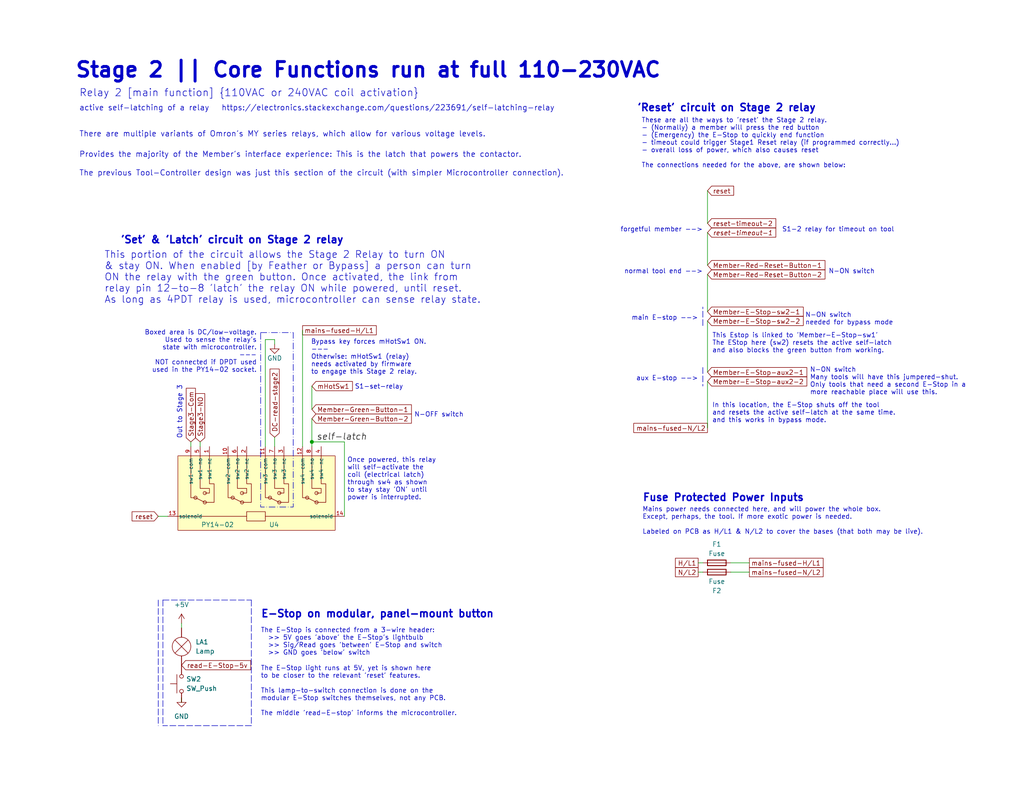
<source format=kicad_sch>
(kicad_sch
	(version 20231120)
	(generator "eeschema")
	(generator_version "8.0")
	(uuid "5e15a2f7-7a22-47f5-8852-a50da26eda9e")
	(paper "USLetter")
	(title_block
		(title "Stage 2 | Core 'Active Self-Latching' relay")
		(date "2022-10-09")
		(rev "3")
		(company "Corey Rice & MakeHaven")
		(comment 1 "Once activated, relay holds itself in an active state until reset")
		(comment 2 "Can be interrupted by E-Stops or the S1/'reset' relay")
		(comment 3 "Fuses added to power inputs, to protect board from improper wiring")
		(comment 4 "E-Stop low voltage light & switch logic shown for reference")
	)
	(lib_symbols
		(symbol "Device:Fuse"
			(pin_numbers hide)
			(pin_names
				(offset 0)
			)
			(exclude_from_sim no)
			(in_bom yes)
			(on_board yes)
			(property "Reference" "F"
				(at 2.032 0 90)
				(effects
					(font
						(size 1.27 1.27)
					)
				)
			)
			(property "Value" "Fuse"
				(at -1.905 0 90)
				(effects
					(font
						(size 1.27 1.27)
					)
				)
			)
			(property "Footprint" ""
				(at -1.778 0 90)
				(effects
					(font
						(size 1.27 1.27)
					)
					(hide yes)
				)
			)
			(property "Datasheet" "~"
				(at 0 0 0)
				(effects
					(font
						(size 1.27 1.27)
					)
					(hide yes)
				)
			)
			(property "Description" "Fuse"
				(at 0 0 0)
				(effects
					(font
						(size 1.27 1.27)
					)
					(hide yes)
				)
			)
			(property "ki_keywords" "fuse"
				(at 0 0 0)
				(effects
					(font
						(size 1.27 1.27)
					)
					(hide yes)
				)
			)
			(property "ki_fp_filters" "*Fuse*"
				(at 0 0 0)
				(effects
					(font
						(size 1.27 1.27)
					)
					(hide yes)
				)
			)
			(symbol "Fuse_0_1"
				(rectangle
					(start -0.762 -2.54)
					(end 0.762 2.54)
					(stroke
						(width 0.254)
						(type default)
					)
					(fill
						(type none)
					)
				)
				(polyline
					(pts
						(xy 0 2.54) (xy 0 -2.54)
					)
					(stroke
						(width 0)
						(type default)
					)
					(fill
						(type none)
					)
				)
			)
			(symbol "Fuse_1_1"
				(pin passive line
					(at 0 3.81 270)
					(length 1.27)
					(name "~"
						(effects
							(font
								(size 1.27 1.27)
							)
						)
					)
					(number "1"
						(effects
							(font
								(size 1.27 1.27)
							)
						)
					)
				)
				(pin passive line
					(at 0 -3.81 90)
					(length 1.27)
					(name "~"
						(effects
							(font
								(size 1.27 1.27)
							)
						)
					)
					(number "2"
						(effects
							(font
								(size 1.27 1.27)
							)
						)
					)
				)
			)
		)
		(symbol "Device:Lamp"
			(pin_numbers hide)
			(pin_names
				(offset 0.0254) hide)
			(exclude_from_sim no)
			(in_bom yes)
			(on_board yes)
			(property "Reference" "LA"
				(at 0.635 3.81 0)
				(effects
					(font
						(size 1.27 1.27)
					)
					(justify left)
				)
			)
			(property "Value" "Lamp"
				(at 0.635 -3.81 0)
				(effects
					(font
						(size 1.27 1.27)
					)
					(justify left)
				)
			)
			(property "Footprint" ""
				(at 0 2.54 90)
				(effects
					(font
						(size 1.27 1.27)
					)
					(hide yes)
				)
			)
			(property "Datasheet" "~"
				(at 0 2.54 90)
				(effects
					(font
						(size 1.27 1.27)
					)
					(hide yes)
				)
			)
			(property "Description" "Lamp"
				(at 0 0 0)
				(effects
					(font
						(size 1.27 1.27)
					)
					(hide yes)
				)
			)
			(property "ki_keywords" "lamp"
				(at 0 0 0)
				(effects
					(font
						(size 1.27 1.27)
					)
					(hide yes)
				)
			)
			(symbol "Lamp_0_1"
				(polyline
					(pts
						(xy -1.778 1.778) (xy 1.778 -1.778)
					)
					(stroke
						(width 0)
						(type default)
					)
					(fill
						(type none)
					)
				)
				(polyline
					(pts
						(xy 1.778 1.778) (xy -1.778 -1.778)
					)
					(stroke
						(width 0)
						(type default)
					)
					(fill
						(type none)
					)
				)
				(circle
					(center 0 0)
					(radius 2.54)
					(stroke
						(width 0)
						(type default)
					)
					(fill
						(type none)
					)
				)
			)
			(symbol "Lamp_1_1"
				(pin passive line
					(at 0 -5.08 90)
					(length 2.54)
					(name "-"
						(effects
							(font
								(size 1.27 1.27)
							)
						)
					)
					(number "1"
						(effects
							(font
								(size 1.27 1.27)
							)
						)
					)
				)
				(pin passive line
					(at 0 5.08 270)
					(length 2.54)
					(name "+"
						(effects
							(font
								(size 1.27 1.27)
							)
						)
					)
					(number "2"
						(effects
							(font
								(size 1.27 1.27)
							)
						)
					)
				)
			)
		)
		(symbol "Switch:SW_Push"
			(pin_numbers hide)
			(pin_names
				(offset 1.016) hide)
			(exclude_from_sim no)
			(in_bom yes)
			(on_board yes)
			(property "Reference" "SW"
				(at 1.27 2.54 0)
				(effects
					(font
						(size 1.27 1.27)
					)
					(justify left)
				)
			)
			(property "Value" "SW_Push"
				(at 0 -1.524 0)
				(effects
					(font
						(size 1.27 1.27)
					)
				)
			)
			(property "Footprint" ""
				(at 0 5.08 0)
				(effects
					(font
						(size 1.27 1.27)
					)
					(hide yes)
				)
			)
			(property "Datasheet" "~"
				(at 0 5.08 0)
				(effects
					(font
						(size 1.27 1.27)
					)
					(hide yes)
				)
			)
			(property "Description" "Push button switch, generic, two pins"
				(at 0 0 0)
				(effects
					(font
						(size 1.27 1.27)
					)
					(hide yes)
				)
			)
			(property "ki_keywords" "switch normally-open pushbutton push-button"
				(at 0 0 0)
				(effects
					(font
						(size 1.27 1.27)
					)
					(hide yes)
				)
			)
			(symbol "SW_Push_0_1"
				(circle
					(center -2.032 0)
					(radius 0.508)
					(stroke
						(width 0)
						(type default)
					)
					(fill
						(type none)
					)
				)
				(polyline
					(pts
						(xy 0 1.27) (xy 0 3.048)
					)
					(stroke
						(width 0)
						(type default)
					)
					(fill
						(type none)
					)
				)
				(polyline
					(pts
						(xy 2.54 1.27) (xy -2.54 1.27)
					)
					(stroke
						(width 0)
						(type default)
					)
					(fill
						(type none)
					)
				)
				(circle
					(center 2.032 0)
					(radius 0.508)
					(stroke
						(width 0)
						(type default)
					)
					(fill
						(type none)
					)
				)
				(pin passive line
					(at -5.08 0 0)
					(length 2.54)
					(name "1"
						(effects
							(font
								(size 1.27 1.27)
							)
						)
					)
					(number "1"
						(effects
							(font
								(size 1.27 1.27)
							)
						)
					)
				)
				(pin passive line
					(at 5.08 0 180)
					(length 2.54)
					(name "2"
						(effects
							(font
								(size 1.27 1.27)
							)
						)
					)
					(number "2"
						(effects
							(font
								(size 1.27 1.27)
							)
						)
					)
				)
			)
		)
		(symbol "mk-relay-socket-14:PY14-02"
			(exclude_from_sim no)
			(in_bom yes)
			(on_board yes)
			(property "Reference" "U"
				(at 3.81 -16.002 0)
				(effects
					(font
						(size 1.27 1.27)
					)
				)
			)
			(property "Value" "PY14-02"
				(at -15.24 -16.002 0)
				(effects
					(font
						(size 1.27 1.27)
					)
				)
			)
			(property "Footprint" "mk_relay_socket:RELAY-TH_PY14-02"
				(at -3.048 -24.638 0)
				(effects
					(font
						(size 1.27 1.27)
						(italic yes)
					)
					(hide yes)
				)
			)
			(property "Datasheet" "https://mm.digikey.com/Volume0/opasdata/d220001/medias/docus/392/G2A_Series_Rev2010.pdf"
				(at -20.574 -27.432 0)
				(effects
					(font
						(size 1.27 1.27)
					)
					(justify left)
					(hide yes)
				)
			)
			(property "Description" ""
				(at -7.62 -19.05 90)
				(effects
					(font
						(size 1.27 1.27)
					)
					(hide yes)
				)
			)
			(property "LCSC" "C1519213"
				(at -15.748 -22.098 0)
				(effects
					(font
						(size 1.27 1.27)
					)
					(hide yes)
				)
			)
			(property "ki_keywords" "C1519213"
				(at 0 0 0)
				(effects
					(font
						(size 1.27 1.27)
					)
					(hide yes)
				)
			)
			(symbol "PY14-02_0_1"
				(rectangle
					(start -21.3014 2.54)
					(end 21.59 -17.78)
					(stroke
						(width 0)
						(type default)
					)
					(fill
						(type background)
					)
				)
				(circle
					(center -16.51 -8.89)
					(radius 0.4408)
					(stroke
						(width 0)
						(type default)
					)
					(fill
						(type none)
					)
				)
				(circle
					(center -13.97 -10.16)
					(radius 0.4408)
					(stroke
						(width 0)
						(type default)
					)
					(fill
						(type none)
					)
				)
				(circle
					(center -13.97 -7.62)
					(radius 0.4408)
					(stroke
						(width 0)
						(type default)
					)
					(fill
						(type none)
					)
				)
				(circle
					(center -6.35 -8.89)
					(radius 0.4408)
					(stroke
						(width 0)
						(type default)
					)
					(fill
						(type none)
					)
				)
				(circle
					(center -3.81 -10.16)
					(radius 0.4408)
					(stroke
						(width 0)
						(type default)
					)
					(fill
						(type none)
					)
				)
				(circle
					(center -3.81 -7.62)
					(radius 0.4408)
					(stroke
						(width 0)
						(type default)
					)
					(fill
						(type none)
					)
				)
				(rectangle
					(start -2.54 -12.7)
					(end 2.54 -15.24)
					(stroke
						(width 0)
						(type default)
					)
					(fill
						(type none)
					)
				)
				(polyline
					(pts
						(xy -21.59 -13.97) (xy -2.54 -13.97)
					)
					(stroke
						(width 0)
						(type default)
					)
					(fill
						(type none)
					)
				)
				(polyline
					(pts
						(xy -16.51 -8.89) (xy -13.97 -10.16)
					)
					(stroke
						(width 0)
						(type default)
					)
					(fill
						(type none)
					)
				)
				(polyline
					(pts
						(xy -6.35 -8.89) (xy -3.81 -10.16)
					)
					(stroke
						(width 0)
						(type default)
					)
					(fill
						(type none)
					)
				)
				(polyline
					(pts
						(xy 3.81 -8.89) (xy 6.35 -10.16)
					)
					(stroke
						(width 0)
						(type default)
					)
					(fill
						(type none)
					)
				)
				(polyline
					(pts
						(xy 13.97 -8.89) (xy 16.51 -10.16)
					)
					(stroke
						(width 0)
						(type default)
					)
					(fill
						(type none)
					)
				)
				(polyline
					(pts
						(xy 21.59 -13.97) (xy 2.54 -13.97)
					)
					(stroke
						(width 0)
						(type default)
					)
					(fill
						(type none)
					)
				)
				(polyline
					(pts
						(xy -16.51 -8.89) (xy -17.78 -8.89) (xy -17.78 2.54)
					)
					(stroke
						(width 0)
						(type default)
					)
					(fill
						(type none)
					)
				)
				(polyline
					(pts
						(xy -6.35 -8.89) (xy -7.62 -8.89) (xy -7.62 2.54)
					)
					(stroke
						(width 0)
						(type default)
					)
					(fill
						(type none)
					)
				)
				(polyline
					(pts
						(xy 3.81 -8.89) (xy 2.54 -8.89) (xy 2.54 2.54)
					)
					(stroke
						(width 0)
						(type default)
					)
					(fill
						(type none)
					)
				)
				(polyline
					(pts
						(xy 13.97 -8.89) (xy 12.7 -8.89) (xy 12.7 2.54)
					)
					(stroke
						(width 0)
						(type default)
					)
					(fill
						(type none)
					)
				)
				(polyline
					(pts
						(xy -13.97 -10.16) (xy -11.43 -10.16) (xy -11.43 -5.08) (xy -12.7 -5.08) (xy -12.7 2.54)
					)
					(stroke
						(width 0)
						(type default)
					)
					(fill
						(type none)
					)
				)
				(polyline
					(pts
						(xy -13.97 -7.62) (xy -12.7 -7.62) (xy -12.7 -6.35) (xy -15.24 -6.35) (xy -15.24 2.54)
					)
					(stroke
						(width 0)
						(type default)
					)
					(fill
						(type none)
					)
				)
				(polyline
					(pts
						(xy -3.81 -10.16) (xy -1.27 -10.16) (xy -1.27 -5.08) (xy -2.54 -5.08) (xy -2.54 2.54)
					)
					(stroke
						(width 0)
						(type default)
					)
					(fill
						(type none)
					)
				)
				(polyline
					(pts
						(xy -3.81 -7.62) (xy -2.54 -7.62) (xy -2.54 -6.35) (xy -5.08 -6.35) (xy -5.08 2.54)
					)
					(stroke
						(width 0)
						(type default)
					)
					(fill
						(type none)
					)
				)
				(polyline
					(pts
						(xy 6.35 -10.16) (xy 8.89 -10.16) (xy 8.89 -5.08) (xy 7.62 -5.08) (xy 7.62 2.54)
					)
					(stroke
						(width 0)
						(type default)
					)
					(fill
						(type none)
					)
				)
				(polyline
					(pts
						(xy 6.35 -7.62) (xy 7.62 -7.62) (xy 7.62 -6.35) (xy 5.08 -6.35) (xy 5.08 2.54)
					)
					(stroke
						(width 0)
						(type default)
					)
					(fill
						(type none)
					)
				)
				(polyline
					(pts
						(xy 16.51 -10.16) (xy 19.05 -10.16) (xy 19.05 -5.08) (xy 17.78 -5.08) (xy 17.78 2.54)
					)
					(stroke
						(width 0)
						(type default)
					)
					(fill
						(type none)
					)
				)
				(polyline
					(pts
						(xy 16.51 -7.62) (xy 17.78 -7.62) (xy 17.78 -6.35) (xy 15.24 -6.35) (xy 15.24 2.54)
					)
					(stroke
						(width 0)
						(type default)
					)
					(fill
						(type none)
					)
				)
				(circle
					(center 3.81 -8.89)
					(radius 0.4408)
					(stroke
						(width 0)
						(type default)
					)
					(fill
						(type none)
					)
				)
				(circle
					(center 6.35 -10.16)
					(radius 0.4408)
					(stroke
						(width 0)
						(type default)
					)
					(fill
						(type none)
					)
				)
				(circle
					(center 6.35 -7.62)
					(radius 0.4408)
					(stroke
						(width 0)
						(type default)
					)
					(fill
						(type none)
					)
				)
				(circle
					(center 13.97 -8.89)
					(radius 0.4408)
					(stroke
						(width 0)
						(type default)
					)
					(fill
						(type none)
					)
				)
				(circle
					(center 16.51 -10.16)
					(radius 0.4408)
					(stroke
						(width 0)
						(type default)
					)
					(fill
						(type none)
					)
				)
				(circle
					(center 16.51 -7.62)
					(radius 0.4408)
					(stroke
						(width 0)
						(type default)
					)
					(fill
						(type none)
					)
				)
			)
			(symbol "PY14-02_1_1"
				(pin unspecified line
					(at -12.7 5.08 270)
					(length 2.54)
					(name "sw1-nc"
						(effects
							(font
								(size 1 1)
							)
						)
					)
					(number "1"
						(effects
							(font
								(size 1 1)
							)
						)
					)
				)
				(pin unspecified line
					(at -7.62 5.08 270)
					(length 2.54)
					(name "sw2-com"
						(effects
							(font
								(size 1 1)
							)
						)
					)
					(number "10"
						(effects
							(font
								(size 1 1)
							)
						)
					)
				)
				(pin unspecified line
					(at 2.54 5.08 270)
					(length 2.54)
					(name "sw3-com"
						(effects
							(font
								(size 1 1)
							)
						)
					)
					(number "11"
						(effects
							(font
								(size 1 1)
							)
						)
					)
				)
				(pin unspecified line
					(at 12.7 5.08 270)
					(length 2.54)
					(name "sw4-com"
						(effects
							(font
								(size 1 1)
							)
						)
					)
					(number "12"
						(effects
							(font
								(size 1 1)
							)
						)
					)
				)
				(pin unspecified line
					(at -24.13 -13.97 0)
					(length 2.54)
					(name "solenoid"
						(effects
							(font
								(size 1 1)
							)
						)
					)
					(number "13"
						(effects
							(font
								(size 1 1)
							)
						)
					)
				)
				(pin unspecified line
					(at 24.13 -13.97 180)
					(length 2.54)
					(name "solenoid"
						(effects
							(font
								(size 1 1)
							)
						)
					)
					(number "14"
						(effects
							(font
								(size 1 1)
							)
						)
					)
				)
				(pin unspecified line
					(at -2.54 5.08 270)
					(length 2.54)
					(name "sw2-nc"
						(effects
							(font
								(size 1 1)
							)
						)
					)
					(number "2"
						(effects
							(font
								(size 1 1)
							)
						)
					)
				)
				(pin unspecified line
					(at 7.62 5.08 270)
					(length 2.54)
					(name "sw3-nc"
						(effects
							(font
								(size 1 1)
							)
						)
					)
					(number "3"
						(effects
							(font
								(size 1 1)
							)
						)
					)
				)
				(pin unspecified line
					(at 17.78 5.08 270)
					(length 2.54)
					(name "sw4-nc"
						(effects
							(font
								(size 1 1)
							)
						)
					)
					(number "4"
						(effects
							(font
								(size 1 1)
							)
						)
					)
				)
				(pin unspecified line
					(at -15.24 5.08 270)
					(length 2.54)
					(name "sw1-no"
						(effects
							(font
								(size 1 1)
							)
						)
					)
					(number "5"
						(effects
							(font
								(size 1 1)
							)
						)
					)
				)
				(pin unspecified line
					(at -5.08 5.08 270)
					(length 2.54)
					(name "sw2-no"
						(effects
							(font
								(size 1 1)
							)
						)
					)
					(number "6"
						(effects
							(font
								(size 1 1)
							)
						)
					)
				)
				(pin unspecified line
					(at 5.08 5.08 270)
					(length 2.54)
					(name "sw3-no"
						(effects
							(font
								(size 1 1)
							)
						)
					)
					(number "7"
						(effects
							(font
								(size 1 1)
							)
						)
					)
				)
				(pin unspecified line
					(at 15.24 5.08 270)
					(length 2.54)
					(name "sw4-no"
						(effects
							(font
								(size 1 1)
							)
						)
					)
					(number "8"
						(effects
							(font
								(size 1 1)
							)
						)
					)
				)
				(pin unspecified line
					(at -17.78 5.08 270)
					(length 2.54)
					(name "sw1-com"
						(effects
							(font
								(size 1 1)
							)
						)
					)
					(number "9"
						(effects
							(font
								(size 1 1)
							)
						)
					)
				)
			)
		)
		(symbol "power:+5V"
			(power)
			(pin_names
				(offset 0)
			)
			(exclude_from_sim no)
			(in_bom yes)
			(on_board yes)
			(property "Reference" "#PWR"
				(at 0 -3.81 0)
				(effects
					(font
						(size 1.27 1.27)
					)
					(hide yes)
				)
			)
			(property "Value" "+5V"
				(at 0 3.556 0)
				(effects
					(font
						(size 1.27 1.27)
					)
				)
			)
			(property "Footprint" ""
				(at 0 0 0)
				(effects
					(font
						(size 1.27 1.27)
					)
					(hide yes)
				)
			)
			(property "Datasheet" ""
				(at 0 0 0)
				(effects
					(font
						(size 1.27 1.27)
					)
					(hide yes)
				)
			)
			(property "Description" "Power symbol creates a global label with name \"+5V\""
				(at 0 0 0)
				(effects
					(font
						(size 1.27 1.27)
					)
					(hide yes)
				)
			)
			(property "ki_keywords" "power-flag"
				(at 0 0 0)
				(effects
					(font
						(size 1.27 1.27)
					)
					(hide yes)
				)
			)
			(symbol "+5V_0_1"
				(polyline
					(pts
						(xy -0.762 1.27) (xy 0 2.54)
					)
					(stroke
						(width 0)
						(type default)
					)
					(fill
						(type none)
					)
				)
				(polyline
					(pts
						(xy 0 0) (xy 0 2.54)
					)
					(stroke
						(width 0)
						(type default)
					)
					(fill
						(type none)
					)
				)
				(polyline
					(pts
						(xy 0 2.54) (xy 0.762 1.27)
					)
					(stroke
						(width 0)
						(type default)
					)
					(fill
						(type none)
					)
				)
			)
			(symbol "+5V_1_1"
				(pin power_in line
					(at 0 0 90)
					(length 0) hide
					(name "+5V"
						(effects
							(font
								(size 1.27 1.27)
							)
						)
					)
					(number "1"
						(effects
							(font
								(size 1.27 1.27)
							)
						)
					)
				)
			)
		)
		(symbol "power:GND"
			(power)
			(pin_names
				(offset 0)
			)
			(exclude_from_sim no)
			(in_bom yes)
			(on_board yes)
			(property "Reference" "#PWR"
				(at 0 -6.35 0)
				(effects
					(font
						(size 1.27 1.27)
					)
					(hide yes)
				)
			)
			(property "Value" "GND"
				(at 0 -3.81 0)
				(effects
					(font
						(size 1.27 1.27)
					)
				)
			)
			(property "Footprint" ""
				(at 0 0 0)
				(effects
					(font
						(size 1.27 1.27)
					)
					(hide yes)
				)
			)
			(property "Datasheet" ""
				(at 0 0 0)
				(effects
					(font
						(size 1.27 1.27)
					)
					(hide yes)
				)
			)
			(property "Description" "Power symbol creates a global label with name \"GND\" , ground"
				(at 0 0 0)
				(effects
					(font
						(size 1.27 1.27)
					)
					(hide yes)
				)
			)
			(property "ki_keywords" "power-flag"
				(at 0 0 0)
				(effects
					(font
						(size 1.27 1.27)
					)
					(hide yes)
				)
			)
			(symbol "GND_0_1"
				(polyline
					(pts
						(xy 0 0) (xy 0 -1.27) (xy 1.27 -1.27) (xy 0 -2.54) (xy -1.27 -1.27) (xy 0 -1.27)
					)
					(stroke
						(width 0)
						(type default)
					)
					(fill
						(type none)
					)
				)
			)
			(symbol "GND_1_1"
				(pin power_in line
					(at 0 0 270)
					(length 0) hide
					(name "GND"
						(effects
							(font
								(size 1.27 1.27)
							)
						)
					)
					(number "1"
						(effects
							(font
								(size 1.27 1.27)
							)
						)
					)
				)
			)
		)
	)
	(junction
		(at 85.09 120.65)
		(diameter 0)
		(color 0 0 0 0)
		(uuid "4b2cd6c3-6470-4af6-a847-927a5514a532")
	)
	(wire
		(pts
			(xy 193.04 74.93) (xy 193.04 85.09)
		)
		(stroke
			(width 0)
			(type default)
		)
		(uuid "00ae087c-86a9-4780-b947-34669d7dffa1")
	)
	(wire
		(pts
			(xy 82.55 121.92) (xy 82.55 90.17)
		)
		(stroke
			(width 0)
			(type default)
		)
		(uuid "0b21eb02-e973-4d41-b0d6-3a484a7a86a1")
	)
	(wire
		(pts
			(xy 85.09 120.65) (xy 85.09 121.92)
		)
		(stroke
			(width 0)
			(type default)
		)
		(uuid "144460b8-ce78-406c-8e7a-82a0231028cc")
	)
	(polyline
		(pts
			(xy 68.58 198.12) (xy 44.45 198.12)
		)
		(stroke
			(width 0)
			(type dash)
		)
		(uuid "2517c95e-0dbb-4427-b9b1-80fa2a152bf5")
	)
	(wire
		(pts
			(xy 190.5 156.21) (xy 191.77 156.21)
		)
		(stroke
			(width 0)
			(type default)
		)
		(uuid "2553999c-7cc3-4505-b2e1-c21b659b89fc")
	)
	(wire
		(pts
			(xy 49.53 170.18) (xy 49.53 171.45)
		)
		(stroke
			(width 0)
			(type default)
		)
		(uuid "3a939f1e-ee6a-42eb-bf86-3d9820ec6938")
	)
	(wire
		(pts
			(xy 193.04 63.5) (xy 193.04 72.39)
		)
		(stroke
			(width 0)
			(type default)
		)
		(uuid "40f33e79-7f61-463e-aa24-ad4c37a21355")
	)
	(polyline
		(pts
			(xy 44.45 163.83) (xy 68.58 163.83)
		)
		(stroke
			(width 0)
			(type dash)
		)
		(uuid "47b569c7-caed-400b-ab1f-7debe3eb9340")
	)
	(wire
		(pts
			(xy 85.09 114.3) (xy 85.09 120.65)
		)
		(stroke
			(width 0)
			(type default)
		)
		(uuid "489c5228-55de-4210-95a0-47248b07d163")
	)
	(wire
		(pts
			(xy 74.93 119.38) (xy 74.93 121.92)
		)
		(stroke
			(width 0)
			(type default)
		)
		(uuid "58787547-c1f1-46f8-83c2-e967349c0984")
	)
	(wire
		(pts
			(xy 52.07 120.65) (xy 52.07 121.92)
		)
		(stroke
			(width 0)
			(type default)
		)
		(uuid "5b7e8d1a-aca3-4dbb-8f30-c6c4fd95adc9")
	)
	(wire
		(pts
			(xy 54.61 121.92) (xy 54.61 120.65)
		)
		(stroke
			(width 0)
			(type default)
		)
		(uuid "60ece8db-719a-4256-97e3-d4cbe347ef75")
	)
	(wire
		(pts
			(xy 190.5 153.67) (xy 191.77 153.67)
		)
		(stroke
			(width 0)
			(type default)
		)
		(uuid "66092ba8-1668-4c4e-b393-80c050ba3603")
	)
	(wire
		(pts
			(xy 72.39 121.92) (xy 72.39 92.71)
		)
		(stroke
			(width 0)
			(type default)
		)
		(uuid "6a14dedd-351d-44a0-92a7-91b91817dfc2")
	)
	(wire
		(pts
			(xy 72.39 92.71) (xy 74.93 92.71)
		)
		(stroke
			(width 0)
			(type default)
		)
		(uuid "6bfe7793-98ec-4473-ba69-073eb4fa9676")
	)
	(wire
		(pts
			(xy 193.04 87.63) (xy 193.04 101.6)
		)
		(stroke
			(width 0)
			(type default)
		)
		(uuid "6df8d7d9-ab8f-47bc-bd9f-25461e4c57d5")
	)
	(polyline
		(pts
			(xy 43.18 163.83) (xy 43.18 198.12)
		)
		(stroke
			(width 0)
			(type dash)
		)
		(uuid "79145791-22eb-4bd9-b6bb-4ac699f489fc")
	)
	(wire
		(pts
			(xy 43.18 140.97) (xy 45.72 140.97)
		)
		(stroke
			(width 0)
			(type default)
		)
		(uuid "838dffa4-5ac5-48c4-9afe-8bb3340b1c43")
	)
	(wire
		(pts
			(xy 199.39 156.21) (xy 204.47 156.21)
		)
		(stroke
			(width 0)
			(type default)
		)
		(uuid "9f0dcb76-f32e-43f0-8f2f-5285c0ab359a")
	)
	(polyline
		(pts
			(xy 191.77 100.33) (xy 191.77 105.41)
		)
		(stroke
			(width 0)
			(type dash)
		)
		(uuid "a13651f3-f798-479d-87c7-8acd7b8ef6b9")
	)
	(wire
		(pts
			(xy 74.93 92.71) (xy 74.93 93.98)
		)
		(stroke
			(width 0)
			(type default)
		)
		(uuid "b96479c6-0f69-4c01-9d08-e934959ecfe2")
	)
	(polyline
		(pts
			(xy 191.77 88.9) (xy 191.77 83.82)
		)
		(stroke
			(width 0)
			(type dash)
		)
		(uuid "bcd75f51-5fc9-466a-9a79-2ead80ffa31e")
	)
	(wire
		(pts
			(xy 93.98 120.65) (xy 85.09 120.65)
		)
		(stroke
			(width 0)
			(type default)
		)
		(uuid "ceb12937-a96d-459e-9b56-28e79a5c9903")
	)
	(wire
		(pts
			(xy 85.09 111.76) (xy 85.09 105.41)
		)
		(stroke
			(width 0)
			(type default)
		)
		(uuid "d60139d3-ca52-49dc-8b41-86a0e14258c9")
	)
	(wire
		(pts
			(xy 193.04 104.14) (xy 193.04 116.84)
		)
		(stroke
			(width 0)
			(type default)
		)
		(uuid "d8504546-7575-44f2-aeda-2acb53ef07ce")
	)
	(polyline
		(pts
			(xy 68.58 163.83) (xy 68.58 198.12)
		)
		(stroke
			(width 0)
			(type dash)
		)
		(uuid "da7f1377-48ab-4515-80ab-07f3e31d685e")
	)
	(wire
		(pts
			(xy 49.53 191.77) (xy 49.53 190.5)
		)
		(stroke
			(width 0)
			(type default)
		)
		(uuid "e0c856dc-0130-4850-bc0a-5a30ef774412")
	)
	(polyline
		(pts
			(xy 44.45 163.83) (xy 44.45 198.12)
		)
		(stroke
			(width 0)
			(type dash)
		)
		(uuid "eec73c12-5eae-47c3-98b8-c1cc6799ed51")
	)
	(wire
		(pts
			(xy 93.98 120.65) (xy 93.98 140.97)
		)
		(stroke
			(width 0)
			(type default)
		)
		(uuid "f1f34004-4a39-45f0-994f-c498533fdb2a")
	)
	(wire
		(pts
			(xy 199.39 153.67) (xy 204.47 153.67)
		)
		(stroke
			(width 0)
			(type default)
		)
		(uuid "f85852fe-812c-4949-a8da-f7b49c703194")
	)
	(wire
		(pts
			(xy 193.04 52.07) (xy 193.04 60.96)
		)
		(stroke
			(width 0)
			(type default)
		)
		(uuid "f949e146-a9e3-40bb-9171-d2ed9725fd5f")
	)
	(rectangle
		(start 71.12 90.805)
		(end 80.01 138.43)
		(stroke
			(width 0)
			(type dash_dot)
		)
		(fill
			(type none)
		)
		(uuid 49e4a197-9420-41e9-882d-9ab752f5b289)
	)
	(text "Bypass key forces mHotSw1 ON.\n---\nOtherwise: mHotSw1 (relay) \nneeds activated by firmware\nto engage this Stage 2 relay."
		(exclude_from_sim no)
		(at 84.836 102.362 0)
		(effects
			(font
				(size 1.27 1.27)
			)
			(justify left bottom)
		)
		(uuid "01b6fcd8-7452-4872-8b02-8496ada00dee")
	)
	(text "Out to Stage 3"
		(exclude_from_sim no)
		(at 49.784 119.888 90)
		(effects
			(font
				(size 1.27 1.27)
			)
			(justify left bottom)
		)
		(uuid "0a42bf95-6234-488a-b958-f3209a7253ea")
	)
	(text "The previous Tool-Controller design was just this section of the circuit (with simpler Microcontroller connection)."
		(exclude_from_sim no)
		(at 21.59 48.26 0)
		(effects
			(font
				(size 1.5 1.5)
			)
			(justify left bottom)
		)
		(uuid "0d95b27e-8894-4549-8b27-544245c89688")
	)
	(text "S1-set-relay"
		(exclude_from_sim no)
		(at 96.774 106.426 0)
		(effects
			(font
				(size 1.27 1.27)
			)
			(justify left bottom)
		)
		(uuid "342630a1-ada8-4b25-b80c-90df13e6e383")
	)
	(text "Mains power needs connected here, and will power the whole box.\nExcept, perhaps, the tool. If more exotic power is needed.\n\nLabeled on PCB as H/L1 & N/L2 to cover the bases (that both may be live)."
		(exclude_from_sim no)
		(at 175.26 146.05 0)
		(effects
			(font
				(size 1.27 1.27)
			)
			(justify left bottom)
		)
		(uuid "41078c4e-59f3-4701-b744-e9710d47f7e9")
	)
	(text "S1-2 relay for timeout on tool"
		(exclude_from_sim no)
		(at 213.36 63.5 0)
		(effects
			(font
				(size 1.27 1.27)
			)
			(justify left bottom)
		)
		(uuid "41337242-57bd-4e72-bc2f-8d5d1bc28713")
	)
	(text "'Reset' circuit on Stage 2 relay"
		(exclude_from_sim no)
		(at 173.736 30.734 0)
		(effects
			(font
				(size 2 2)
				(thickness 0.4)
				(bold yes)
			)
			(justify left bottom)
		)
		(uuid "469a546a-b901-4d8f-a26e-2f76d45a7acf")
	)
	(text "Boxed area is DC/low-voltage.\nUsed to sense the relay's\nstate with microcontroller.\n---\nNOT connected if DPDT used\nused in the PY14-02 socket."
		(exclude_from_sim no)
		(at 70.104 101.854 0)
		(effects
			(font
				(size 1.27 1.27)
			)
			(justify right bottom)
		)
		(uuid "46d4a64e-7349-4b57-b473-d799e4d5fa2c")
	)
	(text "Once powered, this relay\nwill self-activate the\ncoil (electrical latch)\nthrough sw4 as shown\nto stay stay 'ON' until \npower is interrupted."
		(exclude_from_sim no)
		(at 94.742 136.652 0)
		(effects
			(font
				(size 1.27 1.27)
			)
			(justify left bottom)
		)
		(uuid "50e9880f-5b5d-4129-bd4f-f3747f4084ae")
	)
	(text "Stage 2 || Core Functions run at full 110-230VAC\n"
		(exclude_from_sim no)
		(at 20.32 21.59 0)
		(effects
			(font
				(size 4 4)
				(thickness 0.8)
				(bold yes)
			)
			(justify left bottom)
		)
		(uuid "53a41ee3-db1b-49d8-a198-3f95a5f96e7e")
	)
	(text "The E-Stop light runs at 5V, yet is shown here\nto be closer to the relevant 'reset' features.\n\nThis lamp-to-switch connection is done on the \nmodular E-Stop switches themselves, not any PCB. \n\nThe middle 'read-E-stop' informs the microcontroller."
		(exclude_from_sim no)
		(at 71.12 195.58 0)
		(effects
			(font
				(size 1.27 1.27)
			)
			(justify left bottom)
		)
		(uuid "5d08c72c-f2ec-4a76-b907-ae422e627e51")
	)
	(text "There are multiple variants of Omron's MY series relays, which allow for various voltage levels."
		(exclude_from_sim no)
		(at 21.59 37.592 0)
		(effects
			(font
				(size 1.5 1.5)
			)
			(justify left bottom)
		)
		(uuid "615f01d5-c847-4f79-9ba3-b7f0d5d94850")
	)
	(text "N-ON switch"
		(exclude_from_sim no)
		(at 226.06 74.93 0)
		(effects
			(font
				(size 1.27 1.27)
			)
			(justify left bottom)
		)
		(uuid "635ee82d-95f4-4670-ba44-eda56eb8110c")
	)
	(text "The E-Stop is connected from a 3-wire header:\n  >> 5V goes 'above' the E-Stop's lightbulb\n  >> Sig/Read goes 'between' E-Stop and switch\n  >> GND goes 'below' switch"
		(exclude_from_sim no)
		(at 71.12 179.07 0)
		(effects
			(font
				(size 1.27 1.27)
			)
			(justify left bottom)
		)
		(uuid "6740d32f-5460-45b5-a99a-5cef3a28ddf1")
	)
	(text "N-OFF switch"
		(exclude_from_sim no)
		(at 113.03 114.046 0)
		(effects
			(font
				(size 1.27 1.27)
			)
			(justify left bottom)
		)
		(uuid "7c4fbb21-9858-4cba-a83a-0d45b2547718")
	)
	(text "N-ON switch\nneeded for bypass mode"
		(exclude_from_sim no)
		(at 219.71 88.9 0)
		(effects
			(font
				(size 1.27 1.27)
			)
			(justify left bottom)
		)
		(uuid "83d8d6e1-53a8-44f1-b57b-64434d8d3ec6")
	)
	(text "E-Stop on modular, panel-mount button"
		(exclude_from_sim no)
		(at 71.12 168.91 0)
		(effects
			(font
				(size 2 2)
				(bold yes)
			)
			(justify left bottom)
		)
		(uuid "8c5b4499-7cb1-4dc7-b538-c61f98cd7d56")
	)
	(text "aux E-stop -->"
		(exclude_from_sim no)
		(at 190.5 104.14 0)
		(effects
			(font
				(size 1.27 1.27)
			)
			(justify right bottom)
		)
		(uuid "8f854099-7cb7-4f5e-98e0-f1012663fcc2")
	)
	(text "forgetful member -->"
		(exclude_from_sim no)
		(at 191.77 63.5 0)
		(effects
			(font
				(size 1.27 1.27)
			)
			(justify right bottom)
		)
		(uuid "932b0a0a-53cf-4e18-95f7-a2828904e0ea")
	)
	(text "These are all the ways to 'reset' the Stage 2 relay. \n- (Normally) a member will press the red button \n- (Emergency) the E-Stop to quickly end function\n- timeout could trigger Stage1 Reset relay (if programmed correctly...)\n- overall loss of power, which also causes reset\n\nThe connections needed for the above, are shown below:"
		(exclude_from_sim no)
		(at 175.006 45.974 0)
		(effects
			(font
				(size 1.27 1.27)
			)
			(justify left bottom)
		)
		(uuid "a7d2a0c9-deb3-4500-aaa4-f6ed6dbde2b5")
	)
	(text "This Estop is linked to 'Member-E-Stop-sw1'\nThe EStop here (sw2) resets the active self-latch\nand also blocks the green button from working."
		(exclude_from_sim no)
		(at 194.31 96.52 0)
		(effects
			(font
				(size 1.27 1.27)
			)
			(justify left bottom)
		)
		(uuid "aff6aeba-85df-4279-a858-15300bae58a3")
	)
	(text "active self-latching of a relay   https://electronics.stackexchange.com/questions/223691/self-latching-relay"
		(exclude_from_sim no)
		(at 21.59 30.48 0)
		(effects
			(font
				(size 1.5 1.5)
			)
			(justify left bottom)
			(href "https://electronics.stackexchange.com/questions/223691/self-latching-relay")
		)
		(uuid "bc4195aa-09ed-4ec4-9152-4ff60c41bd91")
	)
	(text "Fuse Protected Power Inputs"
		(exclude_from_sim no)
		(at 175.26 137.16 0)
		(effects
			(font
				(size 2 2)
				(thickness 0.4)
				(bold yes)
			)
			(justify left bottom)
		)
		(uuid "be0df719-ecef-425c-b214-f735477503c9")
	)
	(text "'Set' & 'Latch' circuit on Stage 2 relay"
		(exclude_from_sim no)
		(at 32.766 66.802 0)
		(effects
			(font
				(size 2 2)
				(thickness 0.4)
				(bold yes)
			)
			(justify left bottom)
		)
		(uuid "c12013cb-16c7-4ab1-a974-508351bcc737")
	)
	(text "normal tool end -->"
		(exclude_from_sim no)
		(at 191.77 74.93 0)
		(effects
			(font
				(size 1.27 1.27)
			)
			(justify right bottom)
		)
		(uuid "d9cfff9f-50a8-462a-9266-c5b34c1c43b2")
	)
	(text "main E-stop -->"
		(exclude_from_sim no)
		(at 190.5 87.63 0)
		(effects
			(font
				(size 1.27 1.27)
			)
			(justify right bottom)
		)
		(uuid "da75c609-ec20-44aa-98a3-f9bac7412f2e")
	)
	(text "N-ON switch\nMany tools will have this jumpered-shut.\nOnly tools that need a second E-Stop in a\nmore reachable place will use this.\n"
		(exclude_from_sim no)
		(at 220.98 107.95 0)
		(effects
			(font
				(size 1.27 1.27)
			)
			(justify left bottom)
		)
		(uuid "db7ebb4e-1c83-445f-b4aa-d0bf1871b7ab")
	)
	(text "Relay 2 [main function] {110VAC or 240VAC coil activation} "
		(exclude_from_sim no)
		(at 21.59 26.67 0)
		(effects
			(font
				(size 2 2)
			)
			(justify left bottom)
		)
		(uuid "dddcb925-ea06-4280-8a58-6ded8decc310")
	)
	(text "In this location, the E-Stop shuts off the tool\nand resets the active self-latch at the same time.\nand this works in bypass mode."
		(exclude_from_sim no)
		(at 194.31 115.57 0)
		(effects
			(font
				(size 1.27 1.27)
			)
			(justify left bottom)
		)
		(uuid "e86fdcb6-8445-4b6e-8b6d-d2a22dce58d1")
	)
	(text "Provides the majority of the Member's interface experience: This is the latch that powers the contactor.\n"
		(exclude_from_sim no)
		(at 21.59 43.18 0)
		(effects
			(font
				(size 1.5 1.5)
			)
			(justify left bottom)
		)
		(uuid "ec8d5a33-b48f-432f-ba56-4cc0c9a63662")
	)
	(text "This portion of the circuit allows the Stage 2 Relay to turn ON\n& stay ON. When enabled [by Feather or Bypass] a person can turn \nON the relay with the green button. Once activated, the link from\nrelay pin 12-to-8 'latch' the relay ON while powered, until reset.\nAs long as 4PDT relay is used, microcontroller can sense relay state."
		(exclude_from_sim no)
		(at 28.448 83.058 0)
		(effects
			(font
				(size 1.905 1.905)
			)
			(justify left bottom)
		)
		(uuid "f47f5a7b-4538-49c3-a67a-50e85e1672f8")
	)
	(label "self-latch"
		(at 86.36 120.65 0)
		(fields_autoplaced yes)
		(effects
			(font
				(size 1.75 1.75)
				(italic yes)
			)
			(justify left bottom)
		)
		(uuid "1bd3d193-bcbb-465e-a3ae-30ed054fba1e")
	)
	(global_label "Stage3-NO"
		(shape input)
		(at 54.61 120.65 90)
		(fields_autoplaced yes)
		(effects
			(font
				(size 1.27 1.27)
			)
			(justify left)
		)
		(uuid "209dceb5-b209-4ebc-b1f7-0db897897476")
		(property "Intersheetrefs" "${INTERSHEET_REFS}"
			(at 54.61 106.9001 90)
			(effects
				(font
					(size 1.27 1.27)
				)
				(justify left)
				(hide yes)
			)
		)
	)
	(global_label "mHotSw1"
		(shape input)
		(at 85.09 105.41 0)
		(fields_autoplaced yes)
		(effects
			(font
				(size 1.27 1.27)
			)
			(justify left)
		)
		(uuid "221ff463-1af7-4d15-bb4a-ccc0de66e647")
		(property "Intersheetrefs" "${INTERSHEET_REFS}"
			(at 96.7232 105.41 0)
			(effects
				(font
					(size 1.27 1.27)
				)
				(justify left)
				(hide yes)
			)
		)
	)
	(global_label "DC-read-stage2"
		(shape input)
		(at 74.93 119.38 90)
		(fields_autoplaced yes)
		(effects
			(font
				(size 1.27 1.27)
			)
			(justify left)
		)
		(uuid "24ab9e53-0741-4f90-b066-467d81e2e562")
		(property "Intersheetrefs" "${INTERSHEET_REFS}"
			(at 74.93 100.1873 90)
			(effects
				(font
					(size 1.27 1.27)
				)
				(justify left)
				(hide yes)
			)
		)
	)
	(global_label "reset-timeout-2"
		(shape input)
		(at 193.04 60.96 0)
		(fields_autoplaced yes)
		(effects
			(font
				(size 1.27 1.27)
			)
			(justify left)
		)
		(uuid "3a84e10d-68c7-4bf0-b708-28524d31d7a3")
		(property "Intersheetrefs" "${INTERSHEET_REFS}"
			(at 211.6607 60.8806 0)
			(effects
				(font
					(size 1.27 1.27)
				)
				(justify left)
				(hide yes)
			)
		)
	)
	(global_label "Member-E-Stop-sw2-1"
		(shape input)
		(at 193.04 85.09 0)
		(fields_autoplaced yes)
		(effects
			(font
				(size 1.27 1.27)
			)
			(justify left)
		)
		(uuid "46ce10a4-0f52-4017-9408-4188dc86f48a")
		(property "Intersheetrefs" "${INTERSHEET_REFS}"
			(at 219.1598 85.0106 0)
			(effects
				(font
					(size 1.27 1.27)
				)
				(justify left)
				(hide yes)
			)
		)
	)
	(global_label "reset-timeout-1"
		(shape input)
		(at 193.04 63.5 0)
		(fields_autoplaced yes)
		(effects
			(font
				(size 1.27 1.27)
				(italic yes)
			)
			(justify left)
		)
		(uuid "4926a4f5-9059-4508-95e3-4b306f8dad19")
		(property "Intersheetrefs" "${INTERSHEET_REFS}"
			(at 211.9163 63.4206 0)
			(effects
				(font
					(size 1.27 1.27)
					(italic yes)
				)
				(justify left)
				(hide yes)
			)
		)
	)
	(global_label "reset"
		(shape input)
		(at 193.04 52.07 0)
		(fields_autoplaced yes)
		(effects
			(font
				(size 1.27 1.27)
			)
			(justify left)
		)
		(uuid "63a02f40-3ea1-4ae1-af2d-dbf7f32c43b8")
		(property "Intersheetrefs" "${INTERSHEET_REFS}"
			(at 200.1702 51.9906 0)
			(effects
				(font
					(size 1.27 1.27)
				)
				(justify left)
				(hide yes)
			)
		)
	)
	(global_label "N{slash}L2"
		(shape passive)
		(at 190.5 156.21 180)
		(fields_autoplaced yes)
		(effects
			(font
				(size 1.27 1.27)
			)
			(justify right)
		)
		(uuid "7df39d46-1b7b-4ac0-8182-2be777479147")
		(property "Intersheetrefs" "${INTERSHEET_REFS}"
			(at 183.1883 156.1306 0)
			(effects
				(font
					(size 1.27 1.27)
				)
				(justify right)
				(hide yes)
			)
		)
	)
	(global_label "reset"
		(shape input)
		(at 43.18 140.97 180)
		(fields_autoplaced yes)
		(effects
			(font
				(size 1.27 1.27)
			)
			(justify right)
		)
		(uuid "8abb8c66-60cc-4f4d-bf1d-beb6f783688c")
		(property "Intersheetrefs" "${INTERSHEET_REFS}"
			(at 35.4776 140.97 0)
			(effects
				(font
					(size 1.27 1.27)
				)
				(justify right)
				(hide yes)
			)
		)
	)
	(global_label "mains-fused-H{slash}L1"
		(shape passive)
		(at 204.47 153.67 0)
		(fields_autoplaced yes)
		(effects
			(font
				(size 1.27 1.27)
			)
			(justify left)
		)
		(uuid "9ad4c224-856c-452e-bd99-71a15d537261")
		(property "Intersheetrefs" "${INTERSHEET_REFS}"
			(at 225.6912 153.5906 0)
			(effects
				(font
					(size 1.27 1.27)
				)
				(justify left)
				(hide yes)
			)
		)
	)
	(global_label "mains-fused-N{slash}L2"
		(shape passive)
		(at 193.04 116.84 180)
		(fields_autoplaced yes)
		(effects
			(font
				(size 1.27 1.27)
			)
			(justify right)
		)
		(uuid "a13fe548-2b36-4bc5-9636-5a9859a08d9b")
		(property "Intersheetrefs" "${INTERSHEET_REFS}"
			(at 171.8188 116.9194 0)
			(effects
				(font
					(size 1.27 1.27)
				)
				(justify right)
				(hide yes)
			)
		)
	)
	(global_label "Stage3-Com"
		(shape input)
		(at 52.07 120.65 90)
		(fields_autoplaced yes)
		(effects
			(font
				(size 1.27 1.27)
			)
			(justify left)
		)
		(uuid "a45ab463-c3de-41b0-bdb5-82b64af6c778")
		(property "Intersheetrefs" "${INTERSHEET_REFS}"
			(at 52.07 105.4488 90)
			(effects
				(font
					(size 1.27 1.27)
				)
				(justify left)
				(hide yes)
			)
		)
	)
	(global_label "mains-fused-N{slash}L2"
		(shape passive)
		(at 204.47 156.21 0)
		(fields_autoplaced yes)
		(effects
			(font
				(size 1.27 1.27)
			)
			(justify left)
		)
		(uuid "b03444bf-6122-417d-83dc-1bd432ca617b")
		(property "Intersheetrefs" "${INTERSHEET_REFS}"
			(at 225.6912 156.1306 0)
			(effects
				(font
					(size 1.27 1.27)
				)
				(justify left)
				(hide yes)
			)
		)
	)
	(global_label "Member-E-Stop-aux2-1"
		(shape input)
		(at 193.04 101.6 0)
		(fields_autoplaced yes)
		(effects
			(font
				(size 1.27 1.27)
			)
			(justify left)
		)
		(uuid "b11aed26-1822-4485-9e21-1a7396b76460")
		(property "Intersheetrefs" "${INTERSHEET_REFS}"
			(at 220.1274 101.5206 0)
			(effects
				(font
					(size 1.27 1.27)
				)
				(justify left)
				(hide yes)
			)
		)
	)
	(global_label "Member-Red-Reset-Button-2"
		(shape input)
		(at 193.04 74.93 0)
		(fields_autoplaced yes)
		(effects
			(font
				(size 1.27 1.27)
			)
			(justify left)
		)
		(uuid "d01543d6-2a6e-475a-9ce2-e2e5463dc1e8")
		(property "Intersheetrefs" "${INTERSHEET_REFS}"
			(at 225.0864 74.8506 0)
			(effects
				(font
					(size 1.27 1.27)
				)
				(justify left)
				(hide yes)
			)
		)
	)
	(global_label "Member-E-Stop-sw2-2"
		(shape input)
		(at 193.04 87.63 0)
		(fields_autoplaced yes)
		(effects
			(font
				(size 1.27 1.27)
			)
			(justify left)
		)
		(uuid "d067c23e-7631-4d9f-9a1b-c3421d438f3b")
		(property "Intersheetrefs" "${INTERSHEET_REFS}"
			(at 219.1598 87.5506 0)
			(effects
				(font
					(size 1.27 1.27)
				)
				(justify left)
				(hide yes)
			)
		)
	)
	(global_label "Member-Red-Reset-Button-1"
		(shape input)
		(at 193.04 72.39 0)
		(fields_autoplaced yes)
		(effects
			(font
				(size 1.27 1.27)
			)
			(justify left)
		)
		(uuid "d7161274-2d9b-413e-886d-9f61fb39c5a9")
		(property "Intersheetrefs" "${INTERSHEET_REFS}"
			(at 225.0864 72.3106 0)
			(effects
				(font
					(size 1.27 1.27)
				)
				(justify left)
				(hide yes)
			)
		)
	)
	(global_label "Member-Green-Button-1"
		(shape input)
		(at 85.09 111.76 0)
		(fields_autoplaced yes)
		(effects
			(font
				(size 1.27 1.27)
			)
			(justify left)
		)
		(uuid "e6693a7b-7b12-42e8-aab6-d78a93093df6")
		(property "Intersheetrefs" "${INTERSHEET_REFS}"
			(at 112.2379 111.6806 0)
			(effects
				(font
					(size 1.27 1.27)
				)
				(justify left)
				(hide yes)
			)
		)
	)
	(global_label "Member-E-Stop-aux2-2"
		(shape input)
		(at 193.04 104.14 0)
		(fields_autoplaced yes)
		(effects
			(font
				(size 1.27 1.27)
			)
			(justify left)
		)
		(uuid "f0a19d4c-637b-4bf2-bded-83fd9161ff83")
		(property "Intersheetrefs" "${INTERSHEET_REFS}"
			(at 220.1274 104.0606 0)
			(effects
				(font
					(size 1.27 1.27)
				)
				(justify left)
				(hide yes)
			)
		)
	)
	(global_label "Member-Green-Button-2"
		(shape input)
		(at 85.09 114.3 0)
		(fields_autoplaced yes)
		(effects
			(font
				(size 1.27 1.27)
			)
			(justify left)
		)
		(uuid "f319386b-15d2-4208-bbd9-176c4e315470")
		(property "Intersheetrefs" "${INTERSHEET_REFS}"
			(at 112.2379 114.2206 0)
			(effects
				(font
					(size 1.27 1.27)
				)
				(justify left)
				(hide yes)
			)
		)
	)
	(global_label "mains-fused-H{slash}L1"
		(shape passive)
		(at 82.55 90.17 0)
		(fields_autoplaced yes)
		(effects
			(font
				(size 1.27 1.27)
			)
			(justify left)
		)
		(uuid "f333ff7e-6498-4cbb-8f09-74aed79d9481")
		(property "Intersheetrefs" "${INTERSHEET_REFS}"
			(at 103.2319 90.17 0)
			(effects
				(font
					(size 1.27 1.27)
				)
				(justify left)
				(hide yes)
			)
		)
	)
	(global_label "read-E-Stop-5v"
		(shape input)
		(at 49.53 181.61 0)
		(fields_autoplaced yes)
		(effects
			(font
				(size 1.27 1.27)
			)
			(justify left)
		)
		(uuid "f7bdfaaa-97b0-4676-931d-e50a0b839217")
		(property "Intersheetrefs" "${INTERSHEET_REFS}"
			(at 68.3926 181.5306 0)
			(effects
				(font
					(size 1.27 1.27)
				)
				(justify left)
				(hide yes)
			)
		)
	)
	(global_label "H{slash}L1"
		(shape passive)
		(at 190.5 153.67 180)
		(fields_autoplaced yes)
		(effects
			(font
				(size 1.27 1.27)
			)
			(justify right)
		)
		(uuid "fd6949a7-378e-4d0f-b571-b62a72a69a39")
		(property "Intersheetrefs" "${INTERSHEET_REFS}"
			(at 183.1883 153.5906 0)
			(effects
				(font
					(size 1.27 1.27)
				)
				(justify right)
				(hide yes)
			)
		)
	)
	(symbol
		(lib_id "Device:Fuse")
		(at 195.58 156.21 90)
		(unit 1)
		(exclude_from_sim no)
		(in_bom yes)
		(on_board yes)
		(dnp no)
		(uuid "2ff34f33-dcf3-466d-b1b2-ed620cbbe491")
		(property "Reference" "F2"
			(at 195.58 161.29 90)
			(effects
				(font
					(size 1.27 1.27)
				)
			)
		)
		(property "Value" "Fuse"
			(at 195.58 158.75 90)
			(effects
				(font
					(size 1.27 1.27)
				)
			)
		)
		(property "Footprint" "Fuse:Fuseholder_Cylinder-5x20mm_Stelvio-Kontek_PTF78_Horizontal_Open"
			(at 195.58 157.988 90)
			(effects
				(font
					(size 1.27 1.27)
				)
				(hide yes)
			)
		)
		(property "Datasheet" "~"
			(at 195.58 156.21 0)
			(effects
				(font
					(size 1.27 1.27)
				)
				(hide yes)
			)
		)
		(property "Description" ""
			(at 195.58 156.21 0)
			(effects
				(font
					(size 1.27 1.27)
				)
				(hide yes)
			)
		)
		(property "JLBPCB Part #" "C717030"
			(at 195.58 156.21 90)
			(effects
				(font
					(size 1.27 1.27)
				)
				(hide yes)
			)
		)
		(pin "1"
			(uuid "edb12910-4ed3-4af3-8ac0-e367002a07a5")
		)
		(pin "2"
			(uuid "b1575ef0-8d56-46d3-91b7-d85be0569e2a")
		)
		(instances
			(project "wing-combo"
				(path "/586efc0f-7de2-49a7-ac21-ecfef2f716d6/6f44f9bb-3a88-498d-9739-be3794f35f17/fd75559e-77bb-4f15-bd9f-e39243a04df3"
					(reference "F2")
					(unit 1)
				)
			)
		)
	)
	(symbol
		(lib_id "power:GND")
		(at 49.53 190.5 0)
		(unit 1)
		(exclude_from_sim no)
		(in_bom yes)
		(on_board yes)
		(dnp no)
		(fields_autoplaced yes)
		(uuid "32fbf7a8-8acd-4b78-abd2-189d244b52d3")
		(property "Reference" "#PWR0163"
			(at 49.53 196.85 0)
			(effects
				(font
					(size 1.27 1.27)
				)
				(hide yes)
			)
		)
		(property "Value" "GND"
			(at 49.53 195.58 0)
			(effects
				(font
					(size 1.27 1.27)
				)
			)
		)
		(property "Footprint" ""
			(at 49.53 190.5 0)
			(effects
				(font
					(size 1.27 1.27)
				)
				(hide yes)
			)
		)
		(property "Datasheet" ""
			(at 49.53 190.5 0)
			(effects
				(font
					(size 1.27 1.27)
				)
				(hide yes)
			)
		)
		(property "Description" ""
			(at 49.53 190.5 0)
			(effects
				(font
					(size 1.27 1.27)
				)
				(hide yes)
			)
		)
		(pin "1"
			(uuid "6d103f74-d317-40f5-a00a-7a9a5bc8d509")
		)
		(instances
			(project "wing-combo"
				(path "/586efc0f-7de2-49a7-ac21-ecfef2f716d6/6f44f9bb-3a88-498d-9739-be3794f35f17/fd75559e-77bb-4f15-bd9f-e39243a04df3"
					(reference "#PWR0163")
					(unit 1)
				)
			)
		)
	)
	(symbol
		(lib_id "Device:Fuse")
		(at 195.58 153.67 90)
		(unit 1)
		(exclude_from_sim no)
		(in_bom yes)
		(on_board yes)
		(dnp no)
		(uuid "847c94dd-b84d-4235-be43-419c321ccb0f")
		(property "Reference" "F1"
			(at 195.58 148.59 90)
			(effects
				(font
					(size 1.27 1.27)
				)
			)
		)
		(property "Value" "Fuse"
			(at 195.58 151.13 90)
			(effects
				(font
					(size 1.27 1.27)
				)
			)
		)
		(property "Footprint" "Fuse:Fuseholder_Cylinder-5x20mm_Stelvio-Kontek_PTF78_Horizontal_Open"
			(at 195.58 155.448 90)
			(effects
				(font
					(size 1.27 1.27)
				)
				(hide yes)
			)
		)
		(property "Datasheet" "~"
			(at 195.58 153.67 0)
			(effects
				(font
					(size 1.27 1.27)
				)
				(hide yes)
			)
		)
		(property "Description" ""
			(at 195.58 153.67 0)
			(effects
				(font
					(size 1.27 1.27)
				)
				(hide yes)
			)
		)
		(property "JLCPCB Part #" "C717030"
			(at 195.58 153.67 90)
			(effects
				(font
					(size 1.27 1.27)
				)
				(hide yes)
			)
		)
		(pin "1"
			(uuid "c60aa66d-87d1-40bd-b75e-40fb8b8dbb05")
		)
		(pin "2"
			(uuid "d4dabc7b-c6e7-4d61-952a-5218a2f068a4")
		)
		(instances
			(project "wing-combo"
				(path "/586efc0f-7de2-49a7-ac21-ecfef2f716d6/6f44f9bb-3a88-498d-9739-be3794f35f17/fd75559e-77bb-4f15-bd9f-e39243a04df3"
					(reference "F1")
					(unit 1)
				)
			)
		)
	)
	(symbol
		(lib_id "power:+5V")
		(at 49.53 170.18 0)
		(unit 1)
		(exclude_from_sim no)
		(in_bom yes)
		(on_board yes)
		(dnp no)
		(fields_autoplaced yes)
		(uuid "8f0bfec3-b758-44c6-a0f9-1f90cac4bfe1")
		(property "Reference" "#PWR0164"
			(at 49.53 173.99 0)
			(effects
				(font
					(size 1.27 1.27)
				)
				(hide yes)
			)
		)
		(property "Value" "+5V"
			(at 49.53 165.1 0)
			(effects
				(font
					(size 1.27 1.27)
				)
			)
		)
		(property "Footprint" ""
			(at 49.53 170.18 0)
			(effects
				(font
					(size 1.27 1.27)
				)
				(hide yes)
			)
		)
		(property "Datasheet" ""
			(at 49.53 170.18 0)
			(effects
				(font
					(size 1.27 1.27)
				)
				(hide yes)
			)
		)
		(property "Description" ""
			(at 49.53 170.18 0)
			(effects
				(font
					(size 1.27 1.27)
				)
				(hide yes)
			)
		)
		(pin "1"
			(uuid "cc8db541-c8a1-4f6d-b7dc-e41d9eb65d1b")
		)
		(instances
			(project "wing-combo"
				(path "/586efc0f-7de2-49a7-ac21-ecfef2f716d6/6f44f9bb-3a88-498d-9739-be3794f35f17/fd75559e-77bb-4f15-bd9f-e39243a04df3"
					(reference "#PWR0164")
					(unit 1)
				)
			)
		)
	)
	(symbol
		(lib_id "Switch:SW_Push")
		(at 49.53 186.69 90)
		(unit 1)
		(exclude_from_sim no)
		(in_bom no)
		(on_board no)
		(dnp no)
		(fields_autoplaced yes)
		(uuid "9df00fc6-588c-4338-8168-afa7f3a65612")
		(property "Reference" "SW2"
			(at 50.8 185.4199 90)
			(effects
				(font
					(size 1.27 1.27)
				)
				(justify right)
			)
		)
		(property "Value" "SW_Push"
			(at 50.8 187.9599 90)
			(effects
				(font
					(size 1.27 1.27)
				)
				(justify right)
			)
		)
		(property "Footprint" ""
			(at 44.45 186.69 0)
			(effects
				(font
					(size 1.27 1.27)
				)
				(hide yes)
			)
		)
		(property "Datasheet" "~"
			(at 44.45 186.69 0)
			(effects
				(font
					(size 1.27 1.27)
				)
				(hide yes)
			)
		)
		(property "Description" ""
			(at 49.53 186.69 0)
			(effects
				(font
					(size 1.27 1.27)
				)
				(hide yes)
			)
		)
		(pin "1"
			(uuid "eaebf4b5-de47-4b23-ab06-a3c7603bb15f")
		)
		(pin "2"
			(uuid "4d12d925-e106-413d-82a1-cc35b7029239")
		)
		(instances
			(project "wing-combo"
				(path "/586efc0f-7de2-49a7-ac21-ecfef2f716d6/6f44f9bb-3a88-498d-9739-be3794f35f17/fd75559e-77bb-4f15-bd9f-e39243a04df3"
					(reference "SW2")
					(unit 1)
				)
			)
		)
	)
	(symbol
		(lib_id "Device:Lamp")
		(at 49.53 176.53 0)
		(unit 1)
		(exclude_from_sim no)
		(in_bom no)
		(on_board no)
		(dnp no)
		(fields_autoplaced yes)
		(uuid "b75edc47-7822-4285-8aa2-21aa1f33894f")
		(property "Reference" "LA1"
			(at 53.34 175.2599 0)
			(effects
				(font
					(size 1.27 1.27)
				)
				(justify left)
			)
		)
		(property "Value" "Lamp"
			(at 53.34 177.7999 0)
			(effects
				(font
					(size 1.27 1.27)
				)
				(justify left)
			)
		)
		(property "Footprint" ""
			(at 49.53 173.99 90)
			(effects
				(font
					(size 1.27 1.27)
				)
				(hide yes)
			)
		)
		(property "Datasheet" "~"
			(at 49.53 173.99 90)
			(effects
				(font
					(size 1.27 1.27)
				)
				(hide yes)
			)
		)
		(property "Description" ""
			(at 49.53 176.53 0)
			(effects
				(font
					(size 1.27 1.27)
				)
				(hide yes)
			)
		)
		(pin "1"
			(uuid "696eeec0-5ec0-462e-9abf-850910d0b5b5")
		)
		(pin "2"
			(uuid "0ca483eb-05f3-452c-a3e7-fdcdedc05fd2")
		)
		(instances
			(project "wing-combo"
				(path "/586efc0f-7de2-49a7-ac21-ecfef2f716d6/6f44f9bb-3a88-498d-9739-be3794f35f17/fd75559e-77bb-4f15-bd9f-e39243a04df3"
					(reference "LA1")
					(unit 1)
				)
			)
		)
	)
	(symbol
		(lib_id "mk-relay-socket-14:PY14-02")
		(at 69.85 127 0)
		(unit 1)
		(exclude_from_sim no)
		(in_bom yes)
		(on_board yes)
		(dnp no)
		(uuid "cc8b7c3d-ae41-4e08-9ffe-1d12ee6cfe85")
		(property "Reference" "U4"
			(at 73.406 143.256 0)
			(effects
				(font
					(size 1.27 1.27)
				)
				(justify left)
			)
		)
		(property "Value" "PY14-02"
			(at 54.864 143.256 0)
			(effects
				(font
					(size 1.27 1.27)
				)
				(justify left)
			)
		)
		(property "Footprint" "Library:Relay_Socket_4PDT_Omron_PY14-02-local"
			(at 66.802 151.638 0)
			(effects
				(font
					(size 1.27 1.27)
					(italic yes)
				)
				(hide yes)
			)
		)
		(property "Datasheet" "https://mm.digikey.com/Volume0/opasdata/d220001/medias/docus/392/G2A_Series_Rev2010.pdf"
			(at 49.276 154.432 0)
			(effects
				(font
					(size 1.27 1.27)
				)
				(justify left)
				(hide yes)
			)
		)
		(property "Description" ""
			(at 62.23 146.05 90)
			(effects
				(font
					(size 1.27 1.27)
				)
				(hide yes)
			)
		)
		(property "LCSC" "C1519213"
			(at 54.102 149.098 0)
			(effects
				(font
					(size 1.27 1.27)
				)
				(hide yes)
			)
		)
		(pin "5"
			(uuid "2fe4e738-3d93-43bf-a7a9-8797e9253fa3")
		)
		(pin "4"
			(uuid "4588050b-2dc7-44d2-8b58-4efd29c92b7f")
		)
		(pin "10"
			(uuid "a1f190fb-4f31-41ab-845b-398144033ce7")
		)
		(pin "12"
			(uuid "f04321b0-c174-455c-a866-46a7f08e9cc7")
		)
		(pin "7"
			(uuid "2fe00bae-0cb1-4854-b1e5-7c023784447a")
		)
		(pin "8"
			(uuid "2567d14e-bcb5-4a37-89c0-d9fb67afc20c")
		)
		(pin "13"
			(uuid "7a3624c3-e7f5-44d3-8322-7d33960610a0")
		)
		(pin "9"
			(uuid "16a26392-7756-403d-9509-963221f71c02")
		)
		(pin "14"
			(uuid "93e91061-bd08-4b94-81dc-b9a96842f97f")
		)
		(pin "1"
			(uuid "92adecd2-4ef2-44b8-b0cd-3b17a69d748a")
		)
		(pin "11"
			(uuid "9a08d116-33c6-4442-8857-97e919f11ed9")
		)
		(pin "6"
			(uuid "2e27a74c-a7e9-41e0-bcec-0878f472def7")
		)
		(pin "2"
			(uuid "f4b8a08e-79f5-4fdd-b62d-f62d8a41ed84")
		)
		(pin "3"
			(uuid "54b749a2-612e-45e4-b9d2-a155f66b1878")
		)
		(instances
			(project ""
				(path "/586efc0f-7de2-49a7-ac21-ecfef2f716d6/6f44f9bb-3a88-498d-9739-be3794f35f17/fd75559e-77bb-4f15-bd9f-e39243a04df3"
					(reference "U4")
					(unit 1)
				)
			)
		)
	)
	(symbol
		(lib_id "power:GND")
		(at 74.93 93.98 0)
		(unit 1)
		(exclude_from_sim no)
		(in_bom yes)
		(on_board yes)
		(dnp no)
		(uuid "df508490-90d7-4d8c-b8b6-8fdfa206dcda")
		(property "Reference" "#PWR023"
			(at 74.93 100.33 0)
			(effects
				(font
					(size 1.27 1.27)
				)
				(hide yes)
			)
		)
		(property "Value" "GND"
			(at 74.93 97.79 0)
			(effects
				(font
					(size 1.27 1.27)
				)
			)
		)
		(property "Footprint" ""
			(at 74.93 93.98 0)
			(effects
				(font
					(size 1.27 1.27)
				)
				(hide yes)
			)
		)
		(property "Datasheet" ""
			(at 74.93 93.98 0)
			(effects
				(font
					(size 1.27 1.27)
				)
				(hide yes)
			)
		)
		(property "Description" ""
			(at 74.93 93.98 0)
			(effects
				(font
					(size 1.27 1.27)
				)
				(hide yes)
			)
		)
		(pin "1"
			(uuid "0f97cfe3-66c5-43b2-9cfa-34dcd93410bb")
		)
		(instances
			(project "wing-combo"
				(path "/586efc0f-7de2-49a7-ac21-ecfef2f716d6/6f44f9bb-3a88-498d-9739-be3794f35f17/fd75559e-77bb-4f15-bd9f-e39243a04df3"
					(reference "#PWR023")
					(unit 1)
				)
			)
		)
	)
)

</source>
